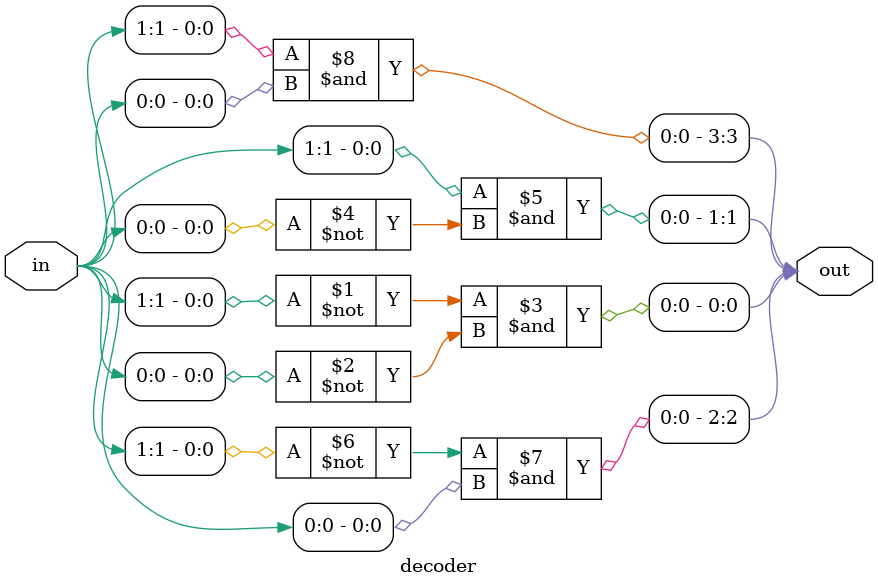
<source format=v>
/*module decoder(input [1:0] in, output [3:0] out);
always@(*)begin
    case(in)
    2'b11 : out <= 4'b1000;
    2'b10 : out <= 4'b0100;
    2'b01 : out <= 4'b0010;
    2'b00 : out <= 4'b0001;
    default: out <= 0;
    endcase
end
endmodule*/
module decoder(
    input [1:0] in,
    output [3:0] out
    );
  assign out[0] = (~in[1]) & (~in[0]) ;
  assign out[1] = ( in[1]) & (~in[0]) ;
  assign out[2] = (~in[1]) & ( in[0]) ;
  assign out[3] = ( in[1]) & ( in[0]) ;

endmodule

</source>
